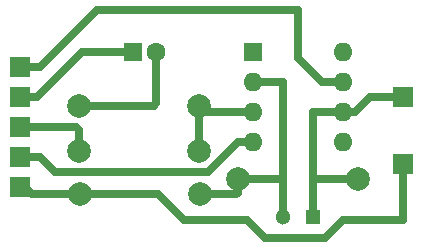
<source format=gbr>
G04 #@! TF.FileFunction,Copper,L2,Bot,Signal*
%FSLAX45Y45*%
G04 Gerber Fmt 4.5, Leading zero omitted, Abs format (unit mm)*
G04 Created by KiCad (PCBNEW 4.0.2+dfsg1-stable) date lör 30 jun 2018 21:41:35*
%MOMM*%
G01*
G04 APERTURE LIST*
%ADD10C,0.100000*%
%ADD11R,1.700000X1.700000*%
%ADD12R,1.600000X1.600000*%
%ADD13O,1.600000X1.600000*%
%ADD14C,1.600000*%
%ADD15R,1.300000X1.300000*%
%ADD16C,1.300000*%
%ADD17C,1.998980*%
%ADD18C,0.700000*%
G04 APERTURE END LIST*
D10*
D11*
X215900Y990600D03*
D12*
X2184400Y1625600D03*
D13*
X2946400Y863600D03*
X2184400Y1371600D03*
X2946400Y1117600D03*
X2184400Y1117600D03*
X2946400Y1371600D03*
X2184400Y863600D03*
X2946400Y1625600D03*
D12*
X1168400Y1625600D03*
D14*
X1368400Y1625600D03*
D11*
X215900Y482600D03*
X215900Y1498600D03*
X215900Y736600D03*
X3454400Y673100D03*
X215900Y1244600D03*
X3454400Y1244600D03*
D15*
X2692400Y228600D03*
D16*
X2442400Y228600D03*
D17*
X1727200Y787400D03*
X711200Y787400D03*
X1727200Y1168400D03*
X711200Y1168400D03*
X1739900Y419100D03*
X723900Y419100D03*
X3073400Y546100D03*
X2057400Y546100D03*
D18*
X215900Y1244600D02*
X355600Y1244600D01*
X736600Y1625600D02*
X1168400Y1625600D01*
X355600Y1244600D02*
X736600Y1625600D01*
X711200Y1168400D02*
X1346200Y1168400D01*
X1368400Y1190600D02*
X1368400Y1625600D01*
X1346200Y1168400D02*
X1368400Y1190600D01*
X723900Y419100D02*
X1384300Y419100D01*
X3454400Y203200D02*
X3454400Y673100D01*
X2946400Y203200D02*
X3454400Y203200D01*
X2794000Y50800D02*
X2946400Y203200D01*
X2286000Y50800D02*
X2794000Y50800D01*
X2133600Y203200D02*
X2286000Y50800D01*
X1600200Y203200D02*
X2133600Y203200D01*
X1384300Y419100D02*
X1600200Y203200D01*
X215900Y482600D02*
X254000Y482600D01*
X254000Y482600D02*
X317500Y419100D01*
X317500Y419100D02*
X723900Y419100D01*
X2946400Y1371600D02*
X2768600Y1371600D01*
X381000Y1498600D02*
X215900Y1498600D01*
X863600Y1981200D02*
X381000Y1498600D01*
X2565400Y1981200D02*
X863600Y1981200D01*
X2565400Y1574800D02*
X2565400Y1981200D01*
X2768600Y1371600D02*
X2565400Y1574800D01*
X2946400Y1371600D02*
X2921000Y1371600D01*
X215900Y736600D02*
X381000Y736600D01*
X2057400Y863600D02*
X2184400Y863600D01*
X1803400Y609600D02*
X2057400Y863600D01*
X508000Y609600D02*
X1803400Y609600D01*
X381000Y736600D02*
X508000Y609600D01*
X711200Y787400D02*
X711200Y965200D01*
X685800Y990600D02*
X215900Y990600D01*
X711200Y965200D02*
X685800Y990600D01*
X2184400Y1117600D02*
X1778000Y1117600D01*
X1778000Y1117600D02*
X1727200Y1168400D01*
X1727200Y787400D02*
X1727200Y1168400D01*
X2946400Y1117600D02*
X3048000Y1117600D01*
X3175000Y1244600D02*
X3454400Y1244600D01*
X3048000Y1117600D02*
X3175000Y1244600D01*
X3073400Y546100D02*
X2692400Y546100D01*
X2692400Y228600D02*
X2692400Y546100D01*
X2692400Y546100D02*
X2692400Y1117600D01*
X2692400Y1117600D02*
X2946400Y1117600D01*
X1739900Y419100D02*
X2044700Y419100D01*
X2057400Y431800D02*
X2057400Y546100D01*
X2044700Y419100D02*
X2057400Y431800D01*
X2057400Y546100D02*
X2442400Y546100D01*
X2442400Y228600D02*
X2442400Y546100D01*
X2442400Y546100D02*
X2442400Y1367600D01*
X2438400Y1371600D02*
X2184400Y1371600D01*
X2442400Y1367600D02*
X2438400Y1371600D01*
M02*

</source>
